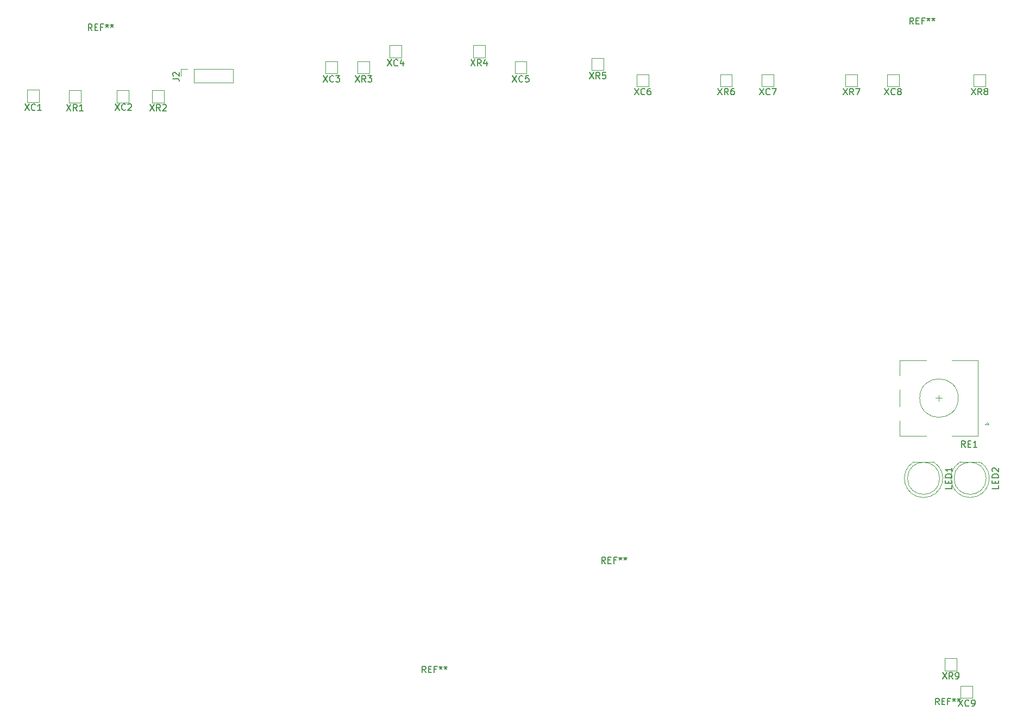
<source format=gbr>
%TF.GenerationSoftware,KiCad,Pcbnew,8.0.1-rc1*%
%TF.CreationDate,2024-04-23T13:15:56-05:00*%
%TF.ProjectId,ergomax_left,6572676f-6d61-4785-9f6c-6566742e6b69,rev?*%
%TF.SameCoordinates,Original*%
%TF.FileFunction,Legend,Top*%
%TF.FilePolarity,Positive*%
%FSLAX46Y46*%
G04 Gerber Fmt 4.6, Leading zero omitted, Abs format (unit mm)*
G04 Created by KiCad (PCBNEW 8.0.1-rc1) date 2024-04-23 13:15:56*
%MOMM*%
%LPD*%
G01*
G04 APERTURE LIST*
%ADD10C,0.150000*%
%ADD11C,0.120000*%
%ADD12C,1.400000*%
%ADD13C,2.200000*%
%ADD14C,2.000000*%
%ADD15R,2.000000X2.000000*%
%ADD16R,3.200000X2.000000*%
%ADD17R,1.350000X1.350000*%
%ADD18O,1.350000X1.350000*%
%ADD19R,1.800000X1.800000*%
%ADD20C,1.800000*%
%ADD21C,1.700000*%
%ADD22C,3.400000*%
%ADD23C,0.650000*%
%ADD24O,1.000000X2.100000*%
%ADD25O,1.000000X1.600000*%
G04 APERTURE END LIST*
D10*
X98190476Y-36754819D02*
X98857142Y-37754819D01*
X98857142Y-36754819D02*
X98190476Y-37754819D01*
X99809523Y-37659580D02*
X99761904Y-37707200D01*
X99761904Y-37707200D02*
X99619047Y-37754819D01*
X99619047Y-37754819D02*
X99523809Y-37754819D01*
X99523809Y-37754819D02*
X99380952Y-37707200D01*
X99380952Y-37707200D02*
X99285714Y-37611961D01*
X99285714Y-37611961D02*
X99238095Y-37516723D01*
X99238095Y-37516723D02*
X99190476Y-37326247D01*
X99190476Y-37326247D02*
X99190476Y-37183390D01*
X99190476Y-37183390D02*
X99238095Y-36992914D01*
X99238095Y-36992914D02*
X99285714Y-36897676D01*
X99285714Y-36897676D02*
X99380952Y-36802438D01*
X99380952Y-36802438D02*
X99523809Y-36754819D01*
X99523809Y-36754819D02*
X99619047Y-36754819D01*
X99619047Y-36754819D02*
X99761904Y-36802438D01*
X99761904Y-36802438D02*
X99809523Y-36850057D01*
X100666666Y-37088152D02*
X100666666Y-37754819D01*
X100428571Y-36707200D02*
X100190476Y-37421485D01*
X100190476Y-37421485D02*
X100809523Y-37421485D01*
X175690476Y-41254819D02*
X176357142Y-42254819D01*
X176357142Y-41254819D02*
X175690476Y-42254819D01*
X177309523Y-42159580D02*
X177261904Y-42207200D01*
X177261904Y-42207200D02*
X177119047Y-42254819D01*
X177119047Y-42254819D02*
X177023809Y-42254819D01*
X177023809Y-42254819D02*
X176880952Y-42207200D01*
X176880952Y-42207200D02*
X176785714Y-42111961D01*
X176785714Y-42111961D02*
X176738095Y-42016723D01*
X176738095Y-42016723D02*
X176690476Y-41826247D01*
X176690476Y-41826247D02*
X176690476Y-41683390D01*
X176690476Y-41683390D02*
X176738095Y-41492914D01*
X176738095Y-41492914D02*
X176785714Y-41397676D01*
X176785714Y-41397676D02*
X176880952Y-41302438D01*
X176880952Y-41302438D02*
X177023809Y-41254819D01*
X177023809Y-41254819D02*
X177119047Y-41254819D01*
X177119047Y-41254819D02*
X177261904Y-41302438D01*
X177261904Y-41302438D02*
X177309523Y-41350057D01*
X177880952Y-41683390D02*
X177785714Y-41635771D01*
X177785714Y-41635771D02*
X177738095Y-41588152D01*
X177738095Y-41588152D02*
X177690476Y-41492914D01*
X177690476Y-41492914D02*
X177690476Y-41445295D01*
X177690476Y-41445295D02*
X177738095Y-41350057D01*
X177738095Y-41350057D02*
X177785714Y-41302438D01*
X177785714Y-41302438D02*
X177880952Y-41254819D01*
X177880952Y-41254819D02*
X178071428Y-41254819D01*
X178071428Y-41254819D02*
X178166666Y-41302438D01*
X178166666Y-41302438D02*
X178214285Y-41350057D01*
X178214285Y-41350057D02*
X178261904Y-41445295D01*
X178261904Y-41445295D02*
X178261904Y-41492914D01*
X178261904Y-41492914D02*
X178214285Y-41588152D01*
X178214285Y-41588152D02*
X178166666Y-41635771D01*
X178166666Y-41635771D02*
X178071428Y-41683390D01*
X178071428Y-41683390D02*
X177880952Y-41683390D01*
X177880952Y-41683390D02*
X177785714Y-41731009D01*
X177785714Y-41731009D02*
X177738095Y-41778628D01*
X177738095Y-41778628D02*
X177690476Y-41873866D01*
X177690476Y-41873866D02*
X177690476Y-42064342D01*
X177690476Y-42064342D02*
X177738095Y-42159580D01*
X177738095Y-42159580D02*
X177785714Y-42207200D01*
X177785714Y-42207200D02*
X177880952Y-42254819D01*
X177880952Y-42254819D02*
X178071428Y-42254819D01*
X178071428Y-42254819D02*
X178166666Y-42207200D01*
X178166666Y-42207200D02*
X178214285Y-42159580D01*
X178214285Y-42159580D02*
X178261904Y-42064342D01*
X178261904Y-42064342D02*
X178261904Y-41873866D01*
X178261904Y-41873866D02*
X178214285Y-41778628D01*
X178214285Y-41778628D02*
X178166666Y-41731009D01*
X178166666Y-41731009D02*
X178071428Y-41683390D01*
X104166666Y-132254819D02*
X103833333Y-131778628D01*
X103595238Y-132254819D02*
X103595238Y-131254819D01*
X103595238Y-131254819D02*
X103976190Y-131254819D01*
X103976190Y-131254819D02*
X104071428Y-131302438D01*
X104071428Y-131302438D02*
X104119047Y-131350057D01*
X104119047Y-131350057D02*
X104166666Y-131445295D01*
X104166666Y-131445295D02*
X104166666Y-131588152D01*
X104166666Y-131588152D02*
X104119047Y-131683390D01*
X104119047Y-131683390D02*
X104071428Y-131731009D01*
X104071428Y-131731009D02*
X103976190Y-131778628D01*
X103976190Y-131778628D02*
X103595238Y-131778628D01*
X104595238Y-131731009D02*
X104928571Y-131731009D01*
X105071428Y-132254819D02*
X104595238Y-132254819D01*
X104595238Y-132254819D02*
X104595238Y-131254819D01*
X104595238Y-131254819D02*
X105071428Y-131254819D01*
X105833333Y-131731009D02*
X105500000Y-131731009D01*
X105500000Y-132254819D02*
X105500000Y-131254819D01*
X105500000Y-131254819D02*
X105976190Y-131254819D01*
X106500000Y-131254819D02*
X106500000Y-131492914D01*
X106261905Y-131397676D02*
X106500000Y-131492914D01*
X106500000Y-131492914D02*
X106738095Y-131397676D01*
X106357143Y-131683390D02*
X106500000Y-131492914D01*
X106500000Y-131492914D02*
X106642857Y-131683390D01*
X107261905Y-131254819D02*
X107261905Y-131492914D01*
X107023810Y-131397676D02*
X107261905Y-131492914D01*
X107261905Y-131492914D02*
X107500000Y-131397676D01*
X107119048Y-131683390D02*
X107261905Y-131492914D01*
X107261905Y-131492914D02*
X107404762Y-131683390D01*
X189190476Y-41254819D02*
X189857142Y-42254819D01*
X189857142Y-41254819D02*
X189190476Y-42254819D01*
X190809523Y-42254819D02*
X190476190Y-41778628D01*
X190238095Y-42254819D02*
X190238095Y-41254819D01*
X190238095Y-41254819D02*
X190619047Y-41254819D01*
X190619047Y-41254819D02*
X190714285Y-41302438D01*
X190714285Y-41302438D02*
X190761904Y-41350057D01*
X190761904Y-41350057D02*
X190809523Y-41445295D01*
X190809523Y-41445295D02*
X190809523Y-41588152D01*
X190809523Y-41588152D02*
X190761904Y-41683390D01*
X190761904Y-41683390D02*
X190714285Y-41731009D01*
X190714285Y-41731009D02*
X190619047Y-41778628D01*
X190619047Y-41778628D02*
X190238095Y-41778628D01*
X191380952Y-41683390D02*
X191285714Y-41635771D01*
X191285714Y-41635771D02*
X191238095Y-41588152D01*
X191238095Y-41588152D02*
X191190476Y-41492914D01*
X191190476Y-41492914D02*
X191190476Y-41445295D01*
X191190476Y-41445295D02*
X191238095Y-41350057D01*
X191238095Y-41350057D02*
X191285714Y-41302438D01*
X191285714Y-41302438D02*
X191380952Y-41254819D01*
X191380952Y-41254819D02*
X191571428Y-41254819D01*
X191571428Y-41254819D02*
X191666666Y-41302438D01*
X191666666Y-41302438D02*
X191714285Y-41350057D01*
X191714285Y-41350057D02*
X191761904Y-41445295D01*
X191761904Y-41445295D02*
X191761904Y-41492914D01*
X191761904Y-41492914D02*
X191714285Y-41588152D01*
X191714285Y-41588152D02*
X191666666Y-41635771D01*
X191666666Y-41635771D02*
X191571428Y-41683390D01*
X191571428Y-41683390D02*
X191380952Y-41683390D01*
X191380952Y-41683390D02*
X191285714Y-41731009D01*
X191285714Y-41731009D02*
X191238095Y-41778628D01*
X191238095Y-41778628D02*
X191190476Y-41873866D01*
X191190476Y-41873866D02*
X191190476Y-42064342D01*
X191190476Y-42064342D02*
X191238095Y-42159580D01*
X191238095Y-42159580D02*
X191285714Y-42207200D01*
X191285714Y-42207200D02*
X191380952Y-42254819D01*
X191380952Y-42254819D02*
X191571428Y-42254819D01*
X191571428Y-42254819D02*
X191666666Y-42207200D01*
X191666666Y-42207200D02*
X191714285Y-42159580D01*
X191714285Y-42159580D02*
X191761904Y-42064342D01*
X191761904Y-42064342D02*
X191761904Y-41873866D01*
X191761904Y-41873866D02*
X191714285Y-41778628D01*
X191714285Y-41778628D02*
X191666666Y-41731009D01*
X191666666Y-41731009D02*
X191571428Y-41683390D01*
X187190476Y-136504819D02*
X187857142Y-137504819D01*
X187857142Y-136504819D02*
X187190476Y-137504819D01*
X188809523Y-137409580D02*
X188761904Y-137457200D01*
X188761904Y-137457200D02*
X188619047Y-137504819D01*
X188619047Y-137504819D02*
X188523809Y-137504819D01*
X188523809Y-137504819D02*
X188380952Y-137457200D01*
X188380952Y-137457200D02*
X188285714Y-137361961D01*
X188285714Y-137361961D02*
X188238095Y-137266723D01*
X188238095Y-137266723D02*
X188190476Y-137076247D01*
X188190476Y-137076247D02*
X188190476Y-136933390D01*
X188190476Y-136933390D02*
X188238095Y-136742914D01*
X188238095Y-136742914D02*
X188285714Y-136647676D01*
X188285714Y-136647676D02*
X188380952Y-136552438D01*
X188380952Y-136552438D02*
X188523809Y-136504819D01*
X188523809Y-136504819D02*
X188619047Y-136504819D01*
X188619047Y-136504819D02*
X188761904Y-136552438D01*
X188761904Y-136552438D02*
X188809523Y-136600057D01*
X189285714Y-137504819D02*
X189476190Y-137504819D01*
X189476190Y-137504819D02*
X189571428Y-137457200D01*
X189571428Y-137457200D02*
X189619047Y-137409580D01*
X189619047Y-137409580D02*
X189714285Y-137266723D01*
X189714285Y-137266723D02*
X189761904Y-137076247D01*
X189761904Y-137076247D02*
X189761904Y-136695295D01*
X189761904Y-136695295D02*
X189714285Y-136600057D01*
X189714285Y-136600057D02*
X189666666Y-136552438D01*
X189666666Y-136552438D02*
X189571428Y-136504819D01*
X189571428Y-136504819D02*
X189380952Y-136504819D01*
X189380952Y-136504819D02*
X189285714Y-136552438D01*
X189285714Y-136552438D02*
X189238095Y-136600057D01*
X189238095Y-136600057D02*
X189190476Y-136695295D01*
X189190476Y-136695295D02*
X189190476Y-136933390D01*
X189190476Y-136933390D02*
X189238095Y-137028628D01*
X189238095Y-137028628D02*
X189285714Y-137076247D01*
X189285714Y-137076247D02*
X189380952Y-137123866D01*
X189380952Y-137123866D02*
X189571428Y-137123866D01*
X189571428Y-137123866D02*
X189666666Y-137076247D01*
X189666666Y-137076247D02*
X189714285Y-137028628D01*
X189714285Y-137028628D02*
X189761904Y-136933390D01*
X61190476Y-43754819D02*
X61857142Y-44754819D01*
X61857142Y-43754819D02*
X61190476Y-44754819D01*
X62809523Y-44754819D02*
X62476190Y-44278628D01*
X62238095Y-44754819D02*
X62238095Y-43754819D01*
X62238095Y-43754819D02*
X62619047Y-43754819D01*
X62619047Y-43754819D02*
X62714285Y-43802438D01*
X62714285Y-43802438D02*
X62761904Y-43850057D01*
X62761904Y-43850057D02*
X62809523Y-43945295D01*
X62809523Y-43945295D02*
X62809523Y-44088152D01*
X62809523Y-44088152D02*
X62761904Y-44183390D01*
X62761904Y-44183390D02*
X62714285Y-44231009D01*
X62714285Y-44231009D02*
X62619047Y-44278628D01*
X62619047Y-44278628D02*
X62238095Y-44278628D01*
X63190476Y-43850057D02*
X63238095Y-43802438D01*
X63238095Y-43802438D02*
X63333333Y-43754819D01*
X63333333Y-43754819D02*
X63571428Y-43754819D01*
X63571428Y-43754819D02*
X63666666Y-43802438D01*
X63666666Y-43802438D02*
X63714285Y-43850057D01*
X63714285Y-43850057D02*
X63761904Y-43945295D01*
X63761904Y-43945295D02*
X63761904Y-44040533D01*
X63761904Y-44040533D02*
X63714285Y-44183390D01*
X63714285Y-44183390D02*
X63142857Y-44754819D01*
X63142857Y-44754819D02*
X63761904Y-44754819D01*
X88190476Y-39254819D02*
X88857142Y-40254819D01*
X88857142Y-39254819D02*
X88190476Y-40254819D01*
X89809523Y-40159580D02*
X89761904Y-40207200D01*
X89761904Y-40207200D02*
X89619047Y-40254819D01*
X89619047Y-40254819D02*
X89523809Y-40254819D01*
X89523809Y-40254819D02*
X89380952Y-40207200D01*
X89380952Y-40207200D02*
X89285714Y-40111961D01*
X89285714Y-40111961D02*
X89238095Y-40016723D01*
X89238095Y-40016723D02*
X89190476Y-39826247D01*
X89190476Y-39826247D02*
X89190476Y-39683390D01*
X89190476Y-39683390D02*
X89238095Y-39492914D01*
X89238095Y-39492914D02*
X89285714Y-39397676D01*
X89285714Y-39397676D02*
X89380952Y-39302438D01*
X89380952Y-39302438D02*
X89523809Y-39254819D01*
X89523809Y-39254819D02*
X89619047Y-39254819D01*
X89619047Y-39254819D02*
X89761904Y-39302438D01*
X89761904Y-39302438D02*
X89809523Y-39350057D01*
X90142857Y-39254819D02*
X90761904Y-39254819D01*
X90761904Y-39254819D02*
X90428571Y-39635771D01*
X90428571Y-39635771D02*
X90571428Y-39635771D01*
X90571428Y-39635771D02*
X90666666Y-39683390D01*
X90666666Y-39683390D02*
X90714285Y-39731009D01*
X90714285Y-39731009D02*
X90761904Y-39826247D01*
X90761904Y-39826247D02*
X90761904Y-40064342D01*
X90761904Y-40064342D02*
X90714285Y-40159580D01*
X90714285Y-40159580D02*
X90666666Y-40207200D01*
X90666666Y-40207200D02*
X90571428Y-40254819D01*
X90571428Y-40254819D02*
X90285714Y-40254819D01*
X90285714Y-40254819D02*
X90190476Y-40207200D01*
X90190476Y-40207200D02*
X90142857Y-40159580D01*
X117690476Y-39254819D02*
X118357142Y-40254819D01*
X118357142Y-39254819D02*
X117690476Y-40254819D01*
X119309523Y-40159580D02*
X119261904Y-40207200D01*
X119261904Y-40207200D02*
X119119047Y-40254819D01*
X119119047Y-40254819D02*
X119023809Y-40254819D01*
X119023809Y-40254819D02*
X118880952Y-40207200D01*
X118880952Y-40207200D02*
X118785714Y-40111961D01*
X118785714Y-40111961D02*
X118738095Y-40016723D01*
X118738095Y-40016723D02*
X118690476Y-39826247D01*
X118690476Y-39826247D02*
X118690476Y-39683390D01*
X118690476Y-39683390D02*
X118738095Y-39492914D01*
X118738095Y-39492914D02*
X118785714Y-39397676D01*
X118785714Y-39397676D02*
X118880952Y-39302438D01*
X118880952Y-39302438D02*
X119023809Y-39254819D01*
X119023809Y-39254819D02*
X119119047Y-39254819D01*
X119119047Y-39254819D02*
X119261904Y-39302438D01*
X119261904Y-39302438D02*
X119309523Y-39350057D01*
X120214285Y-39254819D02*
X119738095Y-39254819D01*
X119738095Y-39254819D02*
X119690476Y-39731009D01*
X119690476Y-39731009D02*
X119738095Y-39683390D01*
X119738095Y-39683390D02*
X119833333Y-39635771D01*
X119833333Y-39635771D02*
X120071428Y-39635771D01*
X120071428Y-39635771D02*
X120166666Y-39683390D01*
X120166666Y-39683390D02*
X120214285Y-39731009D01*
X120214285Y-39731009D02*
X120261904Y-39826247D01*
X120261904Y-39826247D02*
X120261904Y-40064342D01*
X120261904Y-40064342D02*
X120214285Y-40159580D01*
X120214285Y-40159580D02*
X120166666Y-40207200D01*
X120166666Y-40207200D02*
X120071428Y-40254819D01*
X120071428Y-40254819D02*
X119833333Y-40254819D01*
X119833333Y-40254819D02*
X119738095Y-40207200D01*
X119738095Y-40207200D02*
X119690476Y-40159580D01*
X111190476Y-36754819D02*
X111857142Y-37754819D01*
X111857142Y-36754819D02*
X111190476Y-37754819D01*
X112809523Y-37754819D02*
X112476190Y-37278628D01*
X112238095Y-37754819D02*
X112238095Y-36754819D01*
X112238095Y-36754819D02*
X112619047Y-36754819D01*
X112619047Y-36754819D02*
X112714285Y-36802438D01*
X112714285Y-36802438D02*
X112761904Y-36850057D01*
X112761904Y-36850057D02*
X112809523Y-36945295D01*
X112809523Y-36945295D02*
X112809523Y-37088152D01*
X112809523Y-37088152D02*
X112761904Y-37183390D01*
X112761904Y-37183390D02*
X112714285Y-37231009D01*
X112714285Y-37231009D02*
X112619047Y-37278628D01*
X112619047Y-37278628D02*
X112238095Y-37278628D01*
X113666666Y-37088152D02*
X113666666Y-37754819D01*
X113428571Y-36707200D02*
X113190476Y-37421485D01*
X113190476Y-37421485D02*
X113809523Y-37421485D01*
X93190476Y-39254819D02*
X93857142Y-40254819D01*
X93857142Y-39254819D02*
X93190476Y-40254819D01*
X94809523Y-40254819D02*
X94476190Y-39778628D01*
X94238095Y-40254819D02*
X94238095Y-39254819D01*
X94238095Y-39254819D02*
X94619047Y-39254819D01*
X94619047Y-39254819D02*
X94714285Y-39302438D01*
X94714285Y-39302438D02*
X94761904Y-39350057D01*
X94761904Y-39350057D02*
X94809523Y-39445295D01*
X94809523Y-39445295D02*
X94809523Y-39588152D01*
X94809523Y-39588152D02*
X94761904Y-39683390D01*
X94761904Y-39683390D02*
X94714285Y-39731009D01*
X94714285Y-39731009D02*
X94619047Y-39778628D01*
X94619047Y-39778628D02*
X94238095Y-39778628D01*
X95142857Y-39254819D02*
X95761904Y-39254819D01*
X95761904Y-39254819D02*
X95428571Y-39635771D01*
X95428571Y-39635771D02*
X95571428Y-39635771D01*
X95571428Y-39635771D02*
X95666666Y-39683390D01*
X95666666Y-39683390D02*
X95714285Y-39731009D01*
X95714285Y-39731009D02*
X95761904Y-39826247D01*
X95761904Y-39826247D02*
X95761904Y-40064342D01*
X95761904Y-40064342D02*
X95714285Y-40159580D01*
X95714285Y-40159580D02*
X95666666Y-40207200D01*
X95666666Y-40207200D02*
X95571428Y-40254819D01*
X95571428Y-40254819D02*
X95285714Y-40254819D01*
X95285714Y-40254819D02*
X95190476Y-40207200D01*
X95190476Y-40207200D02*
X95142857Y-40159580D01*
X169190476Y-41254819D02*
X169857142Y-42254819D01*
X169857142Y-41254819D02*
X169190476Y-42254819D01*
X170809523Y-42254819D02*
X170476190Y-41778628D01*
X170238095Y-42254819D02*
X170238095Y-41254819D01*
X170238095Y-41254819D02*
X170619047Y-41254819D01*
X170619047Y-41254819D02*
X170714285Y-41302438D01*
X170714285Y-41302438D02*
X170761904Y-41350057D01*
X170761904Y-41350057D02*
X170809523Y-41445295D01*
X170809523Y-41445295D02*
X170809523Y-41588152D01*
X170809523Y-41588152D02*
X170761904Y-41683390D01*
X170761904Y-41683390D02*
X170714285Y-41731009D01*
X170714285Y-41731009D02*
X170619047Y-41778628D01*
X170619047Y-41778628D02*
X170238095Y-41778628D01*
X171142857Y-41254819D02*
X171809523Y-41254819D01*
X171809523Y-41254819D02*
X171380952Y-42254819D01*
X180166666Y-31254819D02*
X179833333Y-30778628D01*
X179595238Y-31254819D02*
X179595238Y-30254819D01*
X179595238Y-30254819D02*
X179976190Y-30254819D01*
X179976190Y-30254819D02*
X180071428Y-30302438D01*
X180071428Y-30302438D02*
X180119047Y-30350057D01*
X180119047Y-30350057D02*
X180166666Y-30445295D01*
X180166666Y-30445295D02*
X180166666Y-30588152D01*
X180166666Y-30588152D02*
X180119047Y-30683390D01*
X180119047Y-30683390D02*
X180071428Y-30731009D01*
X180071428Y-30731009D02*
X179976190Y-30778628D01*
X179976190Y-30778628D02*
X179595238Y-30778628D01*
X180595238Y-30731009D02*
X180928571Y-30731009D01*
X181071428Y-31254819D02*
X180595238Y-31254819D01*
X180595238Y-31254819D02*
X180595238Y-30254819D01*
X180595238Y-30254819D02*
X181071428Y-30254819D01*
X181833333Y-30731009D02*
X181500000Y-30731009D01*
X181500000Y-31254819D02*
X181500000Y-30254819D01*
X181500000Y-30254819D02*
X181976190Y-30254819D01*
X182500000Y-30254819D02*
X182500000Y-30492914D01*
X182261905Y-30397676D02*
X182500000Y-30492914D01*
X182500000Y-30492914D02*
X182738095Y-30397676D01*
X182357143Y-30683390D02*
X182500000Y-30492914D01*
X182500000Y-30492914D02*
X182642857Y-30683390D01*
X183261905Y-30254819D02*
X183261905Y-30492914D01*
X183023810Y-30397676D02*
X183261905Y-30492914D01*
X183261905Y-30492914D02*
X183500000Y-30397676D01*
X183119048Y-30683390D02*
X183261905Y-30492914D01*
X183261905Y-30492914D02*
X183404762Y-30683390D01*
X184166666Y-137254819D02*
X183833333Y-136778628D01*
X183595238Y-137254819D02*
X183595238Y-136254819D01*
X183595238Y-136254819D02*
X183976190Y-136254819D01*
X183976190Y-136254819D02*
X184071428Y-136302438D01*
X184071428Y-136302438D02*
X184119047Y-136350057D01*
X184119047Y-136350057D02*
X184166666Y-136445295D01*
X184166666Y-136445295D02*
X184166666Y-136588152D01*
X184166666Y-136588152D02*
X184119047Y-136683390D01*
X184119047Y-136683390D02*
X184071428Y-136731009D01*
X184071428Y-136731009D02*
X183976190Y-136778628D01*
X183976190Y-136778628D02*
X183595238Y-136778628D01*
X184595238Y-136731009D02*
X184928571Y-136731009D01*
X185071428Y-137254819D02*
X184595238Y-137254819D01*
X184595238Y-137254819D02*
X184595238Y-136254819D01*
X184595238Y-136254819D02*
X185071428Y-136254819D01*
X185833333Y-136731009D02*
X185500000Y-136731009D01*
X185500000Y-137254819D02*
X185500000Y-136254819D01*
X185500000Y-136254819D02*
X185976190Y-136254819D01*
X186500000Y-136254819D02*
X186500000Y-136492914D01*
X186261905Y-136397676D02*
X186500000Y-136492914D01*
X186500000Y-136492914D02*
X186738095Y-136397676D01*
X186357143Y-136683390D02*
X186500000Y-136492914D01*
X186500000Y-136492914D02*
X186642857Y-136683390D01*
X187261905Y-136254819D02*
X187261905Y-136492914D01*
X187023810Y-136397676D02*
X187261905Y-136492914D01*
X187261905Y-136492914D02*
X187500000Y-136397676D01*
X187119048Y-136683390D02*
X187261905Y-136492914D01*
X187261905Y-136492914D02*
X187404762Y-136683390D01*
X41690476Y-43701207D02*
X42357142Y-44701207D01*
X42357142Y-43701207D02*
X41690476Y-44701207D01*
X43309523Y-44605968D02*
X43261904Y-44653588D01*
X43261904Y-44653588D02*
X43119047Y-44701207D01*
X43119047Y-44701207D02*
X43023809Y-44701207D01*
X43023809Y-44701207D02*
X42880952Y-44653588D01*
X42880952Y-44653588D02*
X42785714Y-44558349D01*
X42785714Y-44558349D02*
X42738095Y-44463111D01*
X42738095Y-44463111D02*
X42690476Y-44272635D01*
X42690476Y-44272635D02*
X42690476Y-44129778D01*
X42690476Y-44129778D02*
X42738095Y-43939302D01*
X42738095Y-43939302D02*
X42785714Y-43844064D01*
X42785714Y-43844064D02*
X42880952Y-43748826D01*
X42880952Y-43748826D02*
X43023809Y-43701207D01*
X43023809Y-43701207D02*
X43119047Y-43701207D01*
X43119047Y-43701207D02*
X43261904Y-43748826D01*
X43261904Y-43748826D02*
X43309523Y-43796445D01*
X44261904Y-44701207D02*
X43690476Y-44701207D01*
X43976190Y-44701207D02*
X43976190Y-43701207D01*
X43976190Y-43701207D02*
X43880952Y-43844064D01*
X43880952Y-43844064D02*
X43785714Y-43939302D01*
X43785714Y-43939302D02*
X43690476Y-43986921D01*
X55756448Y-43674732D02*
X56423114Y-44674732D01*
X56423114Y-43674732D02*
X55756448Y-44674732D01*
X57375495Y-44579493D02*
X57327876Y-44627113D01*
X57327876Y-44627113D02*
X57185019Y-44674732D01*
X57185019Y-44674732D02*
X57089781Y-44674732D01*
X57089781Y-44674732D02*
X56946924Y-44627113D01*
X56946924Y-44627113D02*
X56851686Y-44531874D01*
X56851686Y-44531874D02*
X56804067Y-44436636D01*
X56804067Y-44436636D02*
X56756448Y-44246160D01*
X56756448Y-44246160D02*
X56756448Y-44103303D01*
X56756448Y-44103303D02*
X56804067Y-43912827D01*
X56804067Y-43912827D02*
X56851686Y-43817589D01*
X56851686Y-43817589D02*
X56946924Y-43722351D01*
X56946924Y-43722351D02*
X57089781Y-43674732D01*
X57089781Y-43674732D02*
X57185019Y-43674732D01*
X57185019Y-43674732D02*
X57327876Y-43722351D01*
X57327876Y-43722351D02*
X57375495Y-43769970D01*
X57756448Y-43769970D02*
X57804067Y-43722351D01*
X57804067Y-43722351D02*
X57899305Y-43674732D01*
X57899305Y-43674732D02*
X58137400Y-43674732D01*
X58137400Y-43674732D02*
X58232638Y-43722351D01*
X58232638Y-43722351D02*
X58280257Y-43769970D01*
X58280257Y-43769970D02*
X58327876Y-43865208D01*
X58327876Y-43865208D02*
X58327876Y-43960446D01*
X58327876Y-43960446D02*
X58280257Y-44103303D01*
X58280257Y-44103303D02*
X57708829Y-44674732D01*
X57708829Y-44674732D02*
X58327876Y-44674732D01*
X156190476Y-41254819D02*
X156857142Y-42254819D01*
X156857142Y-41254819D02*
X156190476Y-42254819D01*
X157809523Y-42159580D02*
X157761904Y-42207200D01*
X157761904Y-42207200D02*
X157619047Y-42254819D01*
X157619047Y-42254819D02*
X157523809Y-42254819D01*
X157523809Y-42254819D02*
X157380952Y-42207200D01*
X157380952Y-42207200D02*
X157285714Y-42111961D01*
X157285714Y-42111961D02*
X157238095Y-42016723D01*
X157238095Y-42016723D02*
X157190476Y-41826247D01*
X157190476Y-41826247D02*
X157190476Y-41683390D01*
X157190476Y-41683390D02*
X157238095Y-41492914D01*
X157238095Y-41492914D02*
X157285714Y-41397676D01*
X157285714Y-41397676D02*
X157380952Y-41302438D01*
X157380952Y-41302438D02*
X157523809Y-41254819D01*
X157523809Y-41254819D02*
X157619047Y-41254819D01*
X157619047Y-41254819D02*
X157761904Y-41302438D01*
X157761904Y-41302438D02*
X157809523Y-41350057D01*
X158142857Y-41254819D02*
X158809523Y-41254819D01*
X158809523Y-41254819D02*
X158380952Y-42254819D01*
X188230952Y-97154838D02*
X187897619Y-96678647D01*
X187659524Y-97154838D02*
X187659524Y-96154838D01*
X187659524Y-96154838D02*
X188040476Y-96154838D01*
X188040476Y-96154838D02*
X188135714Y-96202457D01*
X188135714Y-96202457D02*
X188183333Y-96250076D01*
X188183333Y-96250076D02*
X188230952Y-96345314D01*
X188230952Y-96345314D02*
X188230952Y-96488171D01*
X188230952Y-96488171D02*
X188183333Y-96583409D01*
X188183333Y-96583409D02*
X188135714Y-96631028D01*
X188135714Y-96631028D02*
X188040476Y-96678647D01*
X188040476Y-96678647D02*
X187659524Y-96678647D01*
X188659524Y-96631028D02*
X188992857Y-96631028D01*
X189135714Y-97154838D02*
X188659524Y-97154838D01*
X188659524Y-97154838D02*
X188659524Y-96154838D01*
X188659524Y-96154838D02*
X189135714Y-96154838D01*
X190088095Y-97154838D02*
X189516667Y-97154838D01*
X189802381Y-97154838D02*
X189802381Y-96154838D01*
X189802381Y-96154838D02*
X189707143Y-96297695D01*
X189707143Y-96297695D02*
X189611905Y-96392933D01*
X189611905Y-96392933D02*
X189516667Y-96440552D01*
X64754403Y-39745403D02*
X65468688Y-39745403D01*
X65468688Y-39745403D02*
X65611545Y-39793022D01*
X65611545Y-39793022D02*
X65706784Y-39888260D01*
X65706784Y-39888260D02*
X65754403Y-40031117D01*
X65754403Y-40031117D02*
X65754403Y-40126355D01*
X64849641Y-39316831D02*
X64802022Y-39269212D01*
X64802022Y-39269212D02*
X64754403Y-39173974D01*
X64754403Y-39173974D02*
X64754403Y-38935879D01*
X64754403Y-38935879D02*
X64802022Y-38840641D01*
X64802022Y-38840641D02*
X64849641Y-38793022D01*
X64849641Y-38793022D02*
X64944879Y-38745403D01*
X64944879Y-38745403D02*
X65040117Y-38745403D01*
X65040117Y-38745403D02*
X65182974Y-38793022D01*
X65182974Y-38793022D02*
X65754403Y-39364450D01*
X65754403Y-39364450D02*
X65754403Y-38745403D01*
X52166666Y-32254819D02*
X51833333Y-31778628D01*
X51595238Y-32254819D02*
X51595238Y-31254819D01*
X51595238Y-31254819D02*
X51976190Y-31254819D01*
X51976190Y-31254819D02*
X52071428Y-31302438D01*
X52071428Y-31302438D02*
X52119047Y-31350057D01*
X52119047Y-31350057D02*
X52166666Y-31445295D01*
X52166666Y-31445295D02*
X52166666Y-31588152D01*
X52166666Y-31588152D02*
X52119047Y-31683390D01*
X52119047Y-31683390D02*
X52071428Y-31731009D01*
X52071428Y-31731009D02*
X51976190Y-31778628D01*
X51976190Y-31778628D02*
X51595238Y-31778628D01*
X52595238Y-31731009D02*
X52928571Y-31731009D01*
X53071428Y-32254819D02*
X52595238Y-32254819D01*
X52595238Y-32254819D02*
X52595238Y-31254819D01*
X52595238Y-31254819D02*
X53071428Y-31254819D01*
X53833333Y-31731009D02*
X53500000Y-31731009D01*
X53500000Y-32254819D02*
X53500000Y-31254819D01*
X53500000Y-31254819D02*
X53976190Y-31254819D01*
X54500000Y-31254819D02*
X54500000Y-31492914D01*
X54261905Y-31397676D02*
X54500000Y-31492914D01*
X54500000Y-31492914D02*
X54738095Y-31397676D01*
X54357143Y-31683390D02*
X54500000Y-31492914D01*
X54500000Y-31492914D02*
X54642857Y-31683390D01*
X55261905Y-31254819D02*
X55261905Y-31492914D01*
X55023810Y-31397676D02*
X55261905Y-31492914D01*
X55261905Y-31492914D02*
X55500000Y-31397676D01*
X55119048Y-31683390D02*
X55261905Y-31492914D01*
X55261905Y-31492914D02*
X55404762Y-31683390D01*
X136690476Y-41254819D02*
X137357142Y-42254819D01*
X137357142Y-41254819D02*
X136690476Y-42254819D01*
X138309523Y-42159580D02*
X138261904Y-42207200D01*
X138261904Y-42207200D02*
X138119047Y-42254819D01*
X138119047Y-42254819D02*
X138023809Y-42254819D01*
X138023809Y-42254819D02*
X137880952Y-42207200D01*
X137880952Y-42207200D02*
X137785714Y-42111961D01*
X137785714Y-42111961D02*
X137738095Y-42016723D01*
X137738095Y-42016723D02*
X137690476Y-41826247D01*
X137690476Y-41826247D02*
X137690476Y-41683390D01*
X137690476Y-41683390D02*
X137738095Y-41492914D01*
X137738095Y-41492914D02*
X137785714Y-41397676D01*
X137785714Y-41397676D02*
X137880952Y-41302438D01*
X137880952Y-41302438D02*
X138023809Y-41254819D01*
X138023809Y-41254819D02*
X138119047Y-41254819D01*
X138119047Y-41254819D02*
X138261904Y-41302438D01*
X138261904Y-41302438D02*
X138309523Y-41350057D01*
X139166666Y-41254819D02*
X138976190Y-41254819D01*
X138976190Y-41254819D02*
X138880952Y-41302438D01*
X138880952Y-41302438D02*
X138833333Y-41350057D01*
X138833333Y-41350057D02*
X138738095Y-41492914D01*
X138738095Y-41492914D02*
X138690476Y-41683390D01*
X138690476Y-41683390D02*
X138690476Y-42064342D01*
X138690476Y-42064342D02*
X138738095Y-42159580D01*
X138738095Y-42159580D02*
X138785714Y-42207200D01*
X138785714Y-42207200D02*
X138880952Y-42254819D01*
X138880952Y-42254819D02*
X139071428Y-42254819D01*
X139071428Y-42254819D02*
X139166666Y-42207200D01*
X139166666Y-42207200D02*
X139214285Y-42159580D01*
X139214285Y-42159580D02*
X139261904Y-42064342D01*
X139261904Y-42064342D02*
X139261904Y-41826247D01*
X139261904Y-41826247D02*
X139214285Y-41731009D01*
X139214285Y-41731009D02*
X139166666Y-41683390D01*
X139166666Y-41683390D02*
X139071428Y-41635771D01*
X139071428Y-41635771D02*
X138880952Y-41635771D01*
X138880952Y-41635771D02*
X138785714Y-41683390D01*
X138785714Y-41683390D02*
X138738095Y-41731009D01*
X138738095Y-41731009D02*
X138690476Y-41826247D01*
X132166666Y-115254819D02*
X131833333Y-114778628D01*
X131595238Y-115254819D02*
X131595238Y-114254819D01*
X131595238Y-114254819D02*
X131976190Y-114254819D01*
X131976190Y-114254819D02*
X132071428Y-114302438D01*
X132071428Y-114302438D02*
X132119047Y-114350057D01*
X132119047Y-114350057D02*
X132166666Y-114445295D01*
X132166666Y-114445295D02*
X132166666Y-114588152D01*
X132166666Y-114588152D02*
X132119047Y-114683390D01*
X132119047Y-114683390D02*
X132071428Y-114731009D01*
X132071428Y-114731009D02*
X131976190Y-114778628D01*
X131976190Y-114778628D02*
X131595238Y-114778628D01*
X132595238Y-114731009D02*
X132928571Y-114731009D01*
X133071428Y-115254819D02*
X132595238Y-115254819D01*
X132595238Y-115254819D02*
X132595238Y-114254819D01*
X132595238Y-114254819D02*
X133071428Y-114254819D01*
X133833333Y-114731009D02*
X133500000Y-114731009D01*
X133500000Y-115254819D02*
X133500000Y-114254819D01*
X133500000Y-114254819D02*
X133976190Y-114254819D01*
X134500000Y-114254819D02*
X134500000Y-114492914D01*
X134261905Y-114397676D02*
X134500000Y-114492914D01*
X134500000Y-114492914D02*
X134738095Y-114397676D01*
X134357143Y-114683390D02*
X134500000Y-114492914D01*
X134500000Y-114492914D02*
X134642857Y-114683390D01*
X135261905Y-114254819D02*
X135261905Y-114492914D01*
X135023810Y-114397676D02*
X135261905Y-114492914D01*
X135261905Y-114492914D02*
X135500000Y-114397676D01*
X135119048Y-114683390D02*
X135261905Y-114492914D01*
X135261905Y-114492914D02*
X135404762Y-114683390D01*
X129690476Y-38754819D02*
X130357142Y-39754819D01*
X130357142Y-38754819D02*
X129690476Y-39754819D01*
X131309523Y-39754819D02*
X130976190Y-39278628D01*
X130738095Y-39754819D02*
X130738095Y-38754819D01*
X130738095Y-38754819D02*
X131119047Y-38754819D01*
X131119047Y-38754819D02*
X131214285Y-38802438D01*
X131214285Y-38802438D02*
X131261904Y-38850057D01*
X131261904Y-38850057D02*
X131309523Y-38945295D01*
X131309523Y-38945295D02*
X131309523Y-39088152D01*
X131309523Y-39088152D02*
X131261904Y-39183390D01*
X131261904Y-39183390D02*
X131214285Y-39231009D01*
X131214285Y-39231009D02*
X131119047Y-39278628D01*
X131119047Y-39278628D02*
X130738095Y-39278628D01*
X132214285Y-38754819D02*
X131738095Y-38754819D01*
X131738095Y-38754819D02*
X131690476Y-39231009D01*
X131690476Y-39231009D02*
X131738095Y-39183390D01*
X131738095Y-39183390D02*
X131833333Y-39135771D01*
X131833333Y-39135771D02*
X132071428Y-39135771D01*
X132071428Y-39135771D02*
X132166666Y-39183390D01*
X132166666Y-39183390D02*
X132214285Y-39231009D01*
X132214285Y-39231009D02*
X132261904Y-39326247D01*
X132261904Y-39326247D02*
X132261904Y-39564342D01*
X132261904Y-39564342D02*
X132214285Y-39659580D01*
X132214285Y-39659580D02*
X132166666Y-39707200D01*
X132166666Y-39707200D02*
X132071428Y-39754819D01*
X132071428Y-39754819D02*
X131833333Y-39754819D01*
X131833333Y-39754819D02*
X131738095Y-39707200D01*
X131738095Y-39707200D02*
X131690476Y-39659580D01*
X48190476Y-43754819D02*
X48857142Y-44754819D01*
X48857142Y-43754819D02*
X48190476Y-44754819D01*
X49809523Y-44754819D02*
X49476190Y-44278628D01*
X49238095Y-44754819D02*
X49238095Y-43754819D01*
X49238095Y-43754819D02*
X49619047Y-43754819D01*
X49619047Y-43754819D02*
X49714285Y-43802438D01*
X49714285Y-43802438D02*
X49761904Y-43850057D01*
X49761904Y-43850057D02*
X49809523Y-43945295D01*
X49809523Y-43945295D02*
X49809523Y-44088152D01*
X49809523Y-44088152D02*
X49761904Y-44183390D01*
X49761904Y-44183390D02*
X49714285Y-44231009D01*
X49714285Y-44231009D02*
X49619047Y-44278628D01*
X49619047Y-44278628D02*
X49238095Y-44278628D01*
X50761904Y-44754819D02*
X50190476Y-44754819D01*
X50476190Y-44754819D02*
X50476190Y-43754819D01*
X50476190Y-43754819D02*
X50380952Y-43897676D01*
X50380952Y-43897676D02*
X50285714Y-43992914D01*
X50285714Y-43992914D02*
X50190476Y-44040533D01*
X149690476Y-41254819D02*
X150357142Y-42254819D01*
X150357142Y-41254819D02*
X149690476Y-42254819D01*
X151309523Y-42254819D02*
X150976190Y-41778628D01*
X150738095Y-42254819D02*
X150738095Y-41254819D01*
X150738095Y-41254819D02*
X151119047Y-41254819D01*
X151119047Y-41254819D02*
X151214285Y-41302438D01*
X151214285Y-41302438D02*
X151261904Y-41350057D01*
X151261904Y-41350057D02*
X151309523Y-41445295D01*
X151309523Y-41445295D02*
X151309523Y-41588152D01*
X151309523Y-41588152D02*
X151261904Y-41683390D01*
X151261904Y-41683390D02*
X151214285Y-41731009D01*
X151214285Y-41731009D02*
X151119047Y-41778628D01*
X151119047Y-41778628D02*
X150738095Y-41778628D01*
X152166666Y-41254819D02*
X151976190Y-41254819D01*
X151976190Y-41254819D02*
X151880952Y-41302438D01*
X151880952Y-41302438D02*
X151833333Y-41350057D01*
X151833333Y-41350057D02*
X151738095Y-41492914D01*
X151738095Y-41492914D02*
X151690476Y-41683390D01*
X151690476Y-41683390D02*
X151690476Y-42064342D01*
X151690476Y-42064342D02*
X151738095Y-42159580D01*
X151738095Y-42159580D02*
X151785714Y-42207200D01*
X151785714Y-42207200D02*
X151880952Y-42254819D01*
X151880952Y-42254819D02*
X152071428Y-42254819D01*
X152071428Y-42254819D02*
X152166666Y-42207200D01*
X152166666Y-42207200D02*
X152214285Y-42159580D01*
X152214285Y-42159580D02*
X152261904Y-42064342D01*
X152261904Y-42064342D02*
X152261904Y-41826247D01*
X152261904Y-41826247D02*
X152214285Y-41731009D01*
X152214285Y-41731009D02*
X152166666Y-41683390D01*
X152166666Y-41683390D02*
X152071428Y-41635771D01*
X152071428Y-41635771D02*
X151880952Y-41635771D01*
X151880952Y-41635771D02*
X151785714Y-41683390D01*
X151785714Y-41683390D02*
X151738095Y-41731009D01*
X151738095Y-41731009D02*
X151690476Y-41826247D01*
X193414824Y-103114040D02*
X193414824Y-103590230D01*
X193414824Y-103590230D02*
X192414824Y-103590230D01*
X192891014Y-102780706D02*
X192891014Y-102447373D01*
X193414824Y-102304516D02*
X193414824Y-102780706D01*
X193414824Y-102780706D02*
X192414824Y-102780706D01*
X192414824Y-102780706D02*
X192414824Y-102304516D01*
X193414824Y-101875944D02*
X192414824Y-101875944D01*
X192414824Y-101875944D02*
X192414824Y-101637849D01*
X192414824Y-101637849D02*
X192462443Y-101494992D01*
X192462443Y-101494992D02*
X192557681Y-101399754D01*
X192557681Y-101399754D02*
X192652919Y-101352135D01*
X192652919Y-101352135D02*
X192843395Y-101304516D01*
X192843395Y-101304516D02*
X192986252Y-101304516D01*
X192986252Y-101304516D02*
X193176728Y-101352135D01*
X193176728Y-101352135D02*
X193271966Y-101399754D01*
X193271966Y-101399754D02*
X193367205Y-101494992D01*
X193367205Y-101494992D02*
X193414824Y-101637849D01*
X193414824Y-101637849D02*
X193414824Y-101875944D01*
X192510062Y-100923563D02*
X192462443Y-100875944D01*
X192462443Y-100875944D02*
X192414824Y-100780706D01*
X192414824Y-100780706D02*
X192414824Y-100542611D01*
X192414824Y-100542611D02*
X192462443Y-100447373D01*
X192462443Y-100447373D02*
X192510062Y-100399754D01*
X192510062Y-100399754D02*
X192605300Y-100352135D01*
X192605300Y-100352135D02*
X192700538Y-100352135D01*
X192700538Y-100352135D02*
X192843395Y-100399754D01*
X192843395Y-100399754D02*
X193414824Y-100971182D01*
X193414824Y-100971182D02*
X193414824Y-100352135D01*
X184690476Y-132254819D02*
X185357142Y-133254819D01*
X185357142Y-132254819D02*
X184690476Y-133254819D01*
X186309523Y-133254819D02*
X185976190Y-132778628D01*
X185738095Y-133254819D02*
X185738095Y-132254819D01*
X185738095Y-132254819D02*
X186119047Y-132254819D01*
X186119047Y-132254819D02*
X186214285Y-132302438D01*
X186214285Y-132302438D02*
X186261904Y-132350057D01*
X186261904Y-132350057D02*
X186309523Y-132445295D01*
X186309523Y-132445295D02*
X186309523Y-132588152D01*
X186309523Y-132588152D02*
X186261904Y-132683390D01*
X186261904Y-132683390D02*
X186214285Y-132731009D01*
X186214285Y-132731009D02*
X186119047Y-132778628D01*
X186119047Y-132778628D02*
X185738095Y-132778628D01*
X186785714Y-133254819D02*
X186976190Y-133254819D01*
X186976190Y-133254819D02*
X187071428Y-133207200D01*
X187071428Y-133207200D02*
X187119047Y-133159580D01*
X187119047Y-133159580D02*
X187214285Y-133016723D01*
X187214285Y-133016723D02*
X187261904Y-132826247D01*
X187261904Y-132826247D02*
X187261904Y-132445295D01*
X187261904Y-132445295D02*
X187214285Y-132350057D01*
X187214285Y-132350057D02*
X187166666Y-132302438D01*
X187166666Y-132302438D02*
X187071428Y-132254819D01*
X187071428Y-132254819D02*
X186880952Y-132254819D01*
X186880952Y-132254819D02*
X186785714Y-132302438D01*
X186785714Y-132302438D02*
X186738095Y-132350057D01*
X186738095Y-132350057D02*
X186690476Y-132445295D01*
X186690476Y-132445295D02*
X186690476Y-132683390D01*
X186690476Y-132683390D02*
X186738095Y-132778628D01*
X186738095Y-132778628D02*
X186785714Y-132826247D01*
X186785714Y-132826247D02*
X186880952Y-132873866D01*
X186880952Y-132873866D02*
X187071428Y-132873866D01*
X187071428Y-132873866D02*
X187166666Y-132826247D01*
X187166666Y-132826247D02*
X187214285Y-132778628D01*
X187214285Y-132778628D02*
X187261904Y-132683390D01*
X186164822Y-103114047D02*
X186164822Y-103590237D01*
X186164822Y-103590237D02*
X185164822Y-103590237D01*
X185641012Y-102780713D02*
X185641012Y-102447380D01*
X186164822Y-102304523D02*
X186164822Y-102780713D01*
X186164822Y-102780713D02*
X185164822Y-102780713D01*
X185164822Y-102780713D02*
X185164822Y-102304523D01*
X186164822Y-101875951D02*
X185164822Y-101875951D01*
X185164822Y-101875951D02*
X185164822Y-101637856D01*
X185164822Y-101637856D02*
X185212441Y-101494999D01*
X185212441Y-101494999D02*
X185307679Y-101399761D01*
X185307679Y-101399761D02*
X185402917Y-101352142D01*
X185402917Y-101352142D02*
X185593393Y-101304523D01*
X185593393Y-101304523D02*
X185736250Y-101304523D01*
X185736250Y-101304523D02*
X185926726Y-101352142D01*
X185926726Y-101352142D02*
X186021964Y-101399761D01*
X186021964Y-101399761D02*
X186117203Y-101494999D01*
X186117203Y-101494999D02*
X186164822Y-101637856D01*
X186164822Y-101637856D02*
X186164822Y-101875951D01*
X186164822Y-100352142D02*
X186164822Y-100923570D01*
X186164822Y-100637856D02*
X185164822Y-100637856D01*
X185164822Y-100637856D02*
X185307679Y-100733094D01*
X185307679Y-100733094D02*
X185402917Y-100828332D01*
X185402917Y-100828332D02*
X185450536Y-100923570D01*
D11*
%TO.C,XC4*%
X98550000Y-34550000D02*
X98550000Y-36450000D01*
X98550000Y-36450000D02*
X100400000Y-36450000D01*
X100400000Y-34550000D02*
X98550000Y-34550000D01*
X100400000Y-34600000D02*
X100400000Y-34550000D01*
X100400000Y-36450000D02*
X100400000Y-34600000D01*
%TO.C,XC8*%
X176050000Y-39050000D02*
X176050000Y-40950000D01*
X176050000Y-40950000D02*
X177900000Y-40950000D01*
X177900000Y-39050000D02*
X176050000Y-39050000D01*
X177900000Y-39100000D02*
X177900000Y-39050000D01*
X177900000Y-40950000D02*
X177900000Y-39100000D01*
%TO.C,XR8*%
X189550000Y-39050000D02*
X189550000Y-40950000D01*
X189550000Y-40950000D02*
X191400000Y-40950000D01*
X191400000Y-39050000D02*
X189550000Y-39050000D01*
X191400000Y-39100000D02*
X191400000Y-39050000D01*
X191400000Y-40950000D02*
X191400000Y-39100000D01*
%TO.C,XC9*%
X187550000Y-134300000D02*
X187550000Y-136200000D01*
X187550000Y-136200000D02*
X189400000Y-136200000D01*
X189400000Y-134300000D02*
X187550000Y-134300000D01*
X189400000Y-134350000D02*
X189400000Y-134300000D01*
X189400000Y-136200000D02*
X189400000Y-134350000D01*
%TO.C,XR2*%
X61550000Y-41550000D02*
X61550000Y-43450000D01*
X61550000Y-43450000D02*
X63400000Y-43450000D01*
X63400000Y-41550000D02*
X61550000Y-41550000D01*
X63400000Y-41600000D02*
X63400000Y-41550000D01*
X63400000Y-43450000D02*
X63400000Y-41600000D01*
%TO.C,XC3*%
X88550000Y-37050000D02*
X88550000Y-38950000D01*
X88550000Y-38950000D02*
X90400000Y-38950000D01*
X90400000Y-37050000D02*
X88550000Y-37050000D01*
X90400000Y-37100000D02*
X90400000Y-37050000D01*
X90400000Y-38950000D02*
X90400000Y-37100000D01*
%TO.C,XC5*%
X118050000Y-37050000D02*
X118050000Y-38950000D01*
X118050000Y-38950000D02*
X119900000Y-38950000D01*
X119900000Y-37050000D02*
X118050000Y-37050000D01*
X119900000Y-37100000D02*
X119900000Y-37050000D01*
X119900000Y-38950000D02*
X119900000Y-37100000D01*
%TO.C,XR4*%
X111550000Y-34550000D02*
X111550000Y-36450000D01*
X111550000Y-36450000D02*
X113400000Y-36450000D01*
X113400000Y-34550000D02*
X111550000Y-34550000D01*
X113400000Y-34600000D02*
X113400000Y-34550000D01*
X113400000Y-36450000D02*
X113400000Y-34600000D01*
%TO.C,XR3*%
X93550000Y-37050000D02*
X93550000Y-38950000D01*
X93550000Y-38950000D02*
X95400000Y-38950000D01*
X95400000Y-37050000D02*
X93550000Y-37050000D01*
X95400000Y-37100000D02*
X95400000Y-37050000D01*
X95400000Y-38950000D02*
X95400000Y-37100000D01*
%TO.C,XR7*%
X169550000Y-39050000D02*
X169550000Y-40950000D01*
X169550000Y-40950000D02*
X171400000Y-40950000D01*
X171400000Y-39050000D02*
X169550000Y-39050000D01*
X171400000Y-39100000D02*
X171400000Y-39050000D01*
X171400000Y-40950000D02*
X171400000Y-39100000D01*
%TO.C,XC1*%
X42050000Y-41496388D02*
X42050000Y-43396388D01*
X42050000Y-43396388D02*
X43900000Y-43396388D01*
X43900000Y-41496388D02*
X42050000Y-41496388D01*
X43900000Y-41546388D02*
X43900000Y-41496388D01*
X43900000Y-43396388D02*
X43900000Y-41546388D01*
%TO.C,XC2*%
X56050000Y-41550000D02*
X56050000Y-43450000D01*
X56050000Y-43450000D02*
X57900000Y-43450000D01*
X57900000Y-41550000D02*
X56050000Y-41550000D01*
X57900000Y-41600000D02*
X57900000Y-41550000D01*
X57900000Y-43450000D02*
X57900000Y-41600000D01*
%TO.C,XC7*%
X156550000Y-39050000D02*
X156550000Y-40950000D01*
X156550000Y-40950000D02*
X158400000Y-40950000D01*
X158400000Y-39050000D02*
X156550000Y-39050000D01*
X158400000Y-39100000D02*
X158400000Y-39050000D01*
X158400000Y-40950000D02*
X158400000Y-39100000D01*
%TO.C,RE1*%
X178049985Y-86000011D02*
X178049994Y-83600015D01*
X178049987Y-90800008D02*
X178049996Y-88200005D01*
X178049994Y-83600015D02*
X182149995Y-83600007D01*
X178049998Y-95400016D02*
X178049997Y-93000012D01*
X182149999Y-95400012D02*
X178049998Y-95400016D01*
X184149997Y-90000007D02*
X184149999Y-89000017D01*
X184649998Y-89500014D02*
X183649997Y-89500013D01*
X186149996Y-83600008D02*
X190249991Y-83600017D01*
X186150000Y-95400010D02*
X190250002Y-95400022D01*
X190250002Y-95400022D02*
X190249991Y-83600017D01*
X191349998Y-93600019D02*
X191649992Y-93300017D01*
X191649992Y-93300017D02*
X191949993Y-93600019D01*
X191949993Y-93600019D02*
X191349998Y-93600019D01*
X187149990Y-89500015D02*
G75*
G02*
X181150000Y-89500015I-2999995J0D01*
G01*
X181150000Y-89500015D02*
G75*
G02*
X187149990Y-89500015I2999995J0D01*
G01*
%TO.C,J2*%
X65983765Y-38258552D02*
X67043765Y-38258552D01*
X65983765Y-39318552D02*
X65983765Y-38258552D01*
X68043765Y-38258552D02*
X74103765Y-38258552D01*
X68043765Y-40378552D02*
X68043765Y-38258552D01*
X68043765Y-40378552D02*
X74103765Y-40378552D01*
X74103765Y-40378552D02*
X74103765Y-38258552D01*
%TO.C,XC6*%
X137050000Y-39050000D02*
X137050000Y-40950000D01*
X137050000Y-40950000D02*
X138900000Y-40950000D01*
X138900000Y-39050000D02*
X137050000Y-39050000D01*
X138900000Y-39100000D02*
X138900000Y-39050000D01*
X138900000Y-40950000D02*
X138900000Y-39100000D01*
%TO.C,XR5*%
X130050000Y-36550000D02*
X130050000Y-38450000D01*
X130050000Y-38450000D02*
X131900000Y-38450000D01*
X131900000Y-36550000D02*
X130050000Y-36550000D01*
X131900000Y-36600000D02*
X131900000Y-36550000D01*
X131900000Y-38450000D02*
X131900000Y-36600000D01*
%TO.C,XR1*%
X48550000Y-41550000D02*
X48550000Y-43450000D01*
X48550000Y-43450000D02*
X50400000Y-43450000D01*
X50400000Y-41550000D02*
X48550000Y-41550000D01*
X50400000Y-41600000D02*
X50400000Y-41550000D01*
X50400000Y-43450000D02*
X50400000Y-41600000D01*
%TO.C,XR6*%
X150050000Y-39050000D02*
X150050000Y-40950000D01*
X150050000Y-40950000D02*
X151900000Y-40950000D01*
X151900000Y-39050000D02*
X150050000Y-39050000D01*
X151900000Y-39100000D02*
X151900000Y-39050000D01*
X151900000Y-40950000D02*
X151900000Y-39100000D01*
%TO.C,LED2*%
X190545007Y-99434989D02*
X187455004Y-99434997D01*
X189000465Y-104984996D02*
G75*
G02*
X187455171Y-99435003I-464J2989997D01*
G01*
X190544837Y-99434993D02*
G75*
G02*
X188999548Y-104984988I-1544824J-2559999D01*
G01*
X191500003Y-101994996D02*
G75*
G02*
X186500003Y-101994996I-2500000J0D01*
G01*
X186500003Y-101994996D02*
G75*
G02*
X191500003Y-101994996I2500000J0D01*
G01*
%TO.C,XR9*%
X185050000Y-130050000D02*
X185050000Y-131950000D01*
X185050000Y-131950000D02*
X186900000Y-131950000D01*
X186900000Y-130050000D02*
X185050000Y-130050000D01*
X186900000Y-130100000D02*
X186900000Y-130050000D01*
X186900000Y-131950000D02*
X186900000Y-130100000D01*
%TO.C,LED1*%
X183294998Y-99434993D02*
X180205002Y-99435004D01*
X181750463Y-104985000D02*
G75*
G02*
X180205176Y-99435001I-458J2989999D01*
G01*
X183294831Y-99435001D02*
G75*
G02*
X181749543Y-104984998I-1544817J-2560002D01*
G01*
X184250005Y-101994994D02*
G75*
G02*
X179250003Y-101994994I-2500001J0D01*
G01*
X179250003Y-101994994D02*
G75*
G02*
X184250005Y-101994994I2500001J0D01*
G01*
%TD*%
%LPC*%
D12*
%TO.C,XC4*%
X99500000Y-35500000D03*
%TD*%
%TO.C,XC8*%
X177000000Y-40000000D03*
%TD*%
D13*
%TO.C,REF\u002A\u002A*%
X105500000Y-135000000D03*
%TD*%
D12*
%TO.C,XR8*%
X190500000Y-40000000D03*
%TD*%
%TO.C,XC9*%
X188500000Y-135250000D03*
%TD*%
%TO.C,XR2*%
X62500000Y-42500000D03*
%TD*%
%TO.C,XC3*%
X89500000Y-38000000D03*
%TD*%
%TO.C,XC5*%
X119000000Y-38000000D03*
%TD*%
%TO.C,XR4*%
X112500000Y-35500000D03*
%TD*%
%TO.C,XR3*%
X94500000Y-38000000D03*
%TD*%
%TO.C,XR7*%
X170500000Y-40000000D03*
%TD*%
D13*
%TO.C,REF\u002A\u002A*%
X181500000Y-34000000D03*
%TD*%
%TO.C,REF\u002A\u002A*%
X185500000Y-140000000D03*
%TD*%
D12*
%TO.C,XC1*%
X43000000Y-42446388D03*
%TD*%
%TO.C,XC2*%
X57000000Y-42500000D03*
%TD*%
%TO.C,XC7*%
X157500000Y-40000000D03*
%TD*%
D14*
%TO.C,RE1*%
X191649997Y-87000011D03*
D15*
X191649997Y-92000014D03*
D14*
X191649997Y-89500018D03*
D16*
X184149997Y-95100014D03*
X184149995Y-83900009D03*
D14*
X177149994Y-87000018D03*
X177149997Y-92000018D03*
%TD*%
D17*
%TO.C,J2*%
X67043765Y-39318552D03*
D18*
X69043765Y-39318552D03*
X71043765Y-39318552D03*
X73043765Y-39318552D03*
%TD*%
D13*
%TO.C,REF\u002A\u002A*%
X53500000Y-35000000D03*
%TD*%
D12*
%TO.C,XC6*%
X138000000Y-40000000D03*
%TD*%
D13*
%TO.C,REF\u002A\u002A*%
X133500000Y-118000000D03*
%TD*%
D12*
%TO.C,XR5*%
X131000000Y-37500000D03*
%TD*%
%TO.C,XR1*%
X49500000Y-42500000D03*
%TD*%
%TO.C,XR6*%
X151000000Y-40000000D03*
%TD*%
D19*
%TO.C,LED2*%
X189000003Y-100724996D03*
D20*
X189000003Y-103264997D03*
%TD*%
D12*
%TO.C,XR9*%
X186000000Y-131000000D03*
%TD*%
D19*
%TO.C,LED1*%
X181750002Y-100724999D03*
D20*
X181750001Y-103264997D03*
%TD*%
D21*
%TO.C,SW14*%
X189095000Y-70123500D03*
D22*
X183595000Y-70123500D03*
D21*
X178095000Y-70123500D03*
%TD*%
%TO.C,SW15*%
X55745000Y-72600000D03*
D22*
X50245000Y-72600000D03*
D21*
X44745000Y-72600000D03*
%TD*%
%TO.C,SW29*%
X74795000Y-110700000D03*
D22*
X69295000Y-110700000D03*
D21*
X63795000Y-110700000D03*
%TD*%
%TO.C,SW33*%
X55745000Y-129750000D03*
D22*
X50245000Y-129750000D03*
D21*
X44745000Y-129750000D03*
%TD*%
D23*
%TO.C,J1*%
X66790002Y-29649998D03*
X72570000Y-29649995D03*
D24*
X65359999Y-30179999D03*
D25*
X65360000Y-25999998D03*
D24*
X74000000Y-30179998D03*
D25*
X74000002Y-25999998D03*
%TD*%
D21*
%TO.C,SW10*%
X93845000Y-67837499D03*
D22*
X88345000Y-67837499D03*
D21*
X82845000Y-67837499D03*
%TD*%
%TO.C,SW27*%
X150995000Y-108223500D03*
D22*
X145495000Y-108223500D03*
D21*
X139995000Y-108223500D03*
%TD*%
%TO.C,SW8*%
X74795000Y-53549999D03*
D22*
X69295000Y-53549999D03*
D21*
X63795000Y-53549999D03*
%TD*%
%TO.C,SW2*%
X93845000Y-48787499D03*
D22*
X88345000Y-48787499D03*
D21*
X82845000Y-48787499D03*
%TD*%
%TO.C,SW35*%
X93845000Y-129750000D03*
D22*
X88345000Y-129750000D03*
D21*
X82845000Y-129750000D03*
%TD*%
%TO.C,SW31*%
X181124374Y-115534220D03*
D22*
X186436966Y-116957725D03*
D21*
X191749558Y-118381230D03*
%TD*%
%TO.C,SW11*%
X131945000Y-67837499D03*
D22*
X126445000Y-67837499D03*
D21*
X120945000Y-67837499D03*
%TD*%
%TO.C,SW5*%
X170045000Y-51073500D03*
D22*
X164545000Y-51073500D03*
D21*
X159045000Y-51073500D03*
%TD*%
%TO.C,SW6*%
X189095000Y-51073500D03*
D22*
X183595000Y-51073500D03*
D21*
X178095000Y-51073500D03*
%TD*%
%TO.C,SW16*%
X74795000Y-72600000D03*
D22*
X69295000Y-72600000D03*
D21*
X63795000Y-72600000D03*
%TD*%
%TO.C,SW36*%
X129658279Y-129678755D03*
D22*
X135137350Y-130158112D03*
D21*
X140616421Y-130637469D03*
%TD*%
%TO.C,SW28*%
X55745000Y-110700000D03*
D22*
X50245000Y-110700000D03*
D21*
X44745000Y-110700000D03*
%TD*%
%TO.C,SW21*%
X170045000Y-89173500D03*
D22*
X164545000Y-89173500D03*
D21*
X159045000Y-89173500D03*
%TD*%
%TO.C,SW34*%
X74795000Y-129750000D03*
D22*
X69295000Y-129750000D03*
D21*
X63795000Y-129750000D03*
%TD*%
%TO.C,SW38*%
X166752776Y-131404620D03*
D22*
X172065368Y-132828125D03*
D21*
X177377960Y-134251630D03*
%TD*%
%TO.C,SW22*%
X55745000Y-91650000D03*
D22*
X50245000Y-91650000D03*
D21*
X44745000Y-91650000D03*
%TD*%
%TO.C,SW3*%
X131945000Y-48787499D03*
D22*
X126445000Y-48787499D03*
D21*
X120945000Y-48787499D03*
%TD*%
%TO.C,SW1*%
X112895000Y-46311000D03*
D22*
X107395000Y-46311000D03*
D21*
X101895000Y-46311000D03*
%TD*%
%TO.C,SW30*%
X162647435Y-110576495D03*
D22*
X167960027Y-112000000D03*
D21*
X173272619Y-113423505D03*
%TD*%
%TO.C,SW23*%
X74795000Y-91650000D03*
D22*
X69295000Y-91650000D03*
D21*
X63795000Y-91650000D03*
%TD*%
%TO.C,SW26*%
X131945000Y-105937500D03*
D22*
X126445000Y-105937500D03*
D21*
X120945000Y-105937500D03*
%TD*%
%TO.C,SW32*%
X112895000Y-122511000D03*
D22*
X107395000Y-122511000D03*
D21*
X101895000Y-122511000D03*
%TD*%
%TO.C,SW18*%
X93845000Y-86887500D03*
D22*
X88345000Y-86887500D03*
D21*
X82845000Y-86887500D03*
%TD*%
%TO.C,SW4*%
X150995000Y-51073500D03*
D22*
X145495000Y-51073500D03*
D21*
X139995000Y-51073500D03*
%TD*%
%TO.C,SW25*%
X93845000Y-105937500D03*
D22*
X88345000Y-105937500D03*
D21*
X82845000Y-105937500D03*
%TD*%
%TO.C,SW24*%
X112895000Y-103461000D03*
D22*
X107395000Y-103461000D03*
D21*
X101895000Y-103461000D03*
%TD*%
%TO.C,SW13*%
X170045000Y-70123500D03*
D22*
X164545000Y-70123500D03*
D21*
X159045000Y-70123500D03*
%TD*%
%TO.C,SW17*%
X112895000Y-84411000D03*
D22*
X107395000Y-84411000D03*
D21*
X101895000Y-84411000D03*
%TD*%
%TO.C,SW12*%
X150995000Y-70123500D03*
D22*
X145495000Y-70123500D03*
D21*
X139995000Y-70123500D03*
%TD*%
%TO.C,SW9*%
X112895000Y-65361000D03*
D22*
X107395000Y-65361000D03*
D21*
X101895000Y-65361000D03*
%TD*%
D18*
%TO.C,J4*%
X81000000Y-35000001D03*
X82999995Y-34999999D03*
D17*
X84999999Y-35000000D03*
D18*
X78999998Y-35000003D03*
%TD*%
D21*
%TO.C,SW19*%
X131945000Y-86887500D03*
D22*
X126445000Y-86887500D03*
D21*
X120945000Y-86887500D03*
%TD*%
%TO.C,SW7*%
X55745000Y-53549999D03*
D22*
X50245000Y-53549999D03*
D21*
X44745000Y-53549999D03*
%TD*%
%TO.C,SW20*%
X150995000Y-89173500D03*
D22*
X145495000Y-89173500D03*
D21*
X139995000Y-89173500D03*
%TD*%
%LPD*%
M02*

</source>
